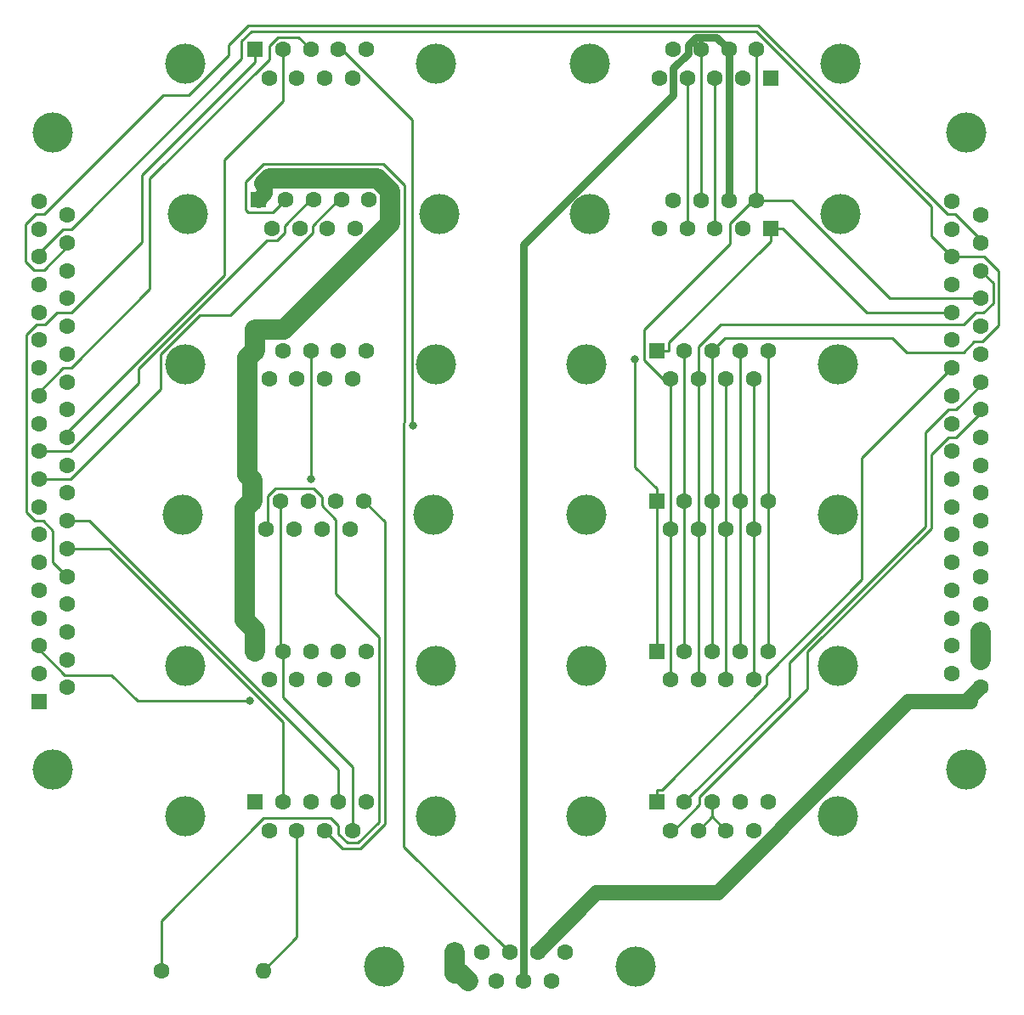
<source format=gbr>
%TF.GenerationSoftware,KiCad,Pcbnew,7.0.9*%
%TF.CreationDate,2024-02-19T16:35:41-08:00*%
%TF.ProjectId,Interconnect Board,496e7465-7263-46f6-9e6e-65637420426f,v1.5*%
%TF.SameCoordinates,Original*%
%TF.FileFunction,Copper,L2,Bot*%
%TF.FilePolarity,Positive*%
%FSLAX46Y46*%
G04 Gerber Fmt 4.6, Leading zero omitted, Abs format (unit mm)*
G04 Created by KiCad (PCBNEW 7.0.9) date 2024-02-19 16:35:41*
%MOMM*%
%LPD*%
G01*
G04 APERTURE LIST*
%TA.AperFunction,ComponentPad*%
%ADD10C,1.600000*%
%TD*%
%TA.AperFunction,ComponentPad*%
%ADD11O,1.600000X1.600000*%
%TD*%
%TA.AperFunction,ComponentPad*%
%ADD12C,4.000000*%
%TD*%
%TA.AperFunction,ComponentPad*%
%ADD13R,1.600000X1.600000*%
%TD*%
%TA.AperFunction,ViaPad*%
%ADD14C,0.800000*%
%TD*%
%TA.AperFunction,Conductor*%
%ADD15C,0.250000*%
%TD*%
%TA.AperFunction,Conductor*%
%ADD16C,0.750000*%
%TD*%
%TA.AperFunction,Conductor*%
%ADD17C,2.000000*%
%TD*%
%TA.AperFunction,Conductor*%
%ADD18C,1.599800*%
%TD*%
%TA.AperFunction,Conductor*%
%ADD19C,1.500000*%
%TD*%
G04 APERTURE END LIST*
D10*
%TO.P,R1,1*%
%TO.N,/GPS_Serial_Input_to_XPNDR_from_R*%
X132220100Y-118509100D03*
D11*
%TO.P,R1,2*%
%TO.N,/GPS_Serial_Input_to_XPNDR_to_R*%
X142380100Y-118509100D03*
%TD*%
D12*
%TO.P,Power_Input_1,0,PAD*%
%TO.N,unconnected-(Power_Input_1-PAD-Pad0)*%
X154464100Y-118069100D03*
X179464100Y-118069100D03*
D13*
%TO.P,Power_Input_1,1,1*%
%TO.N,GND*%
X161424100Y-116649100D03*
D10*
%TO.P,Power_Input_1,2,2*%
X164194100Y-116649100D03*
%TO.P,Power_Input_1,3,3*%
%TO.N,/ELT_12V*%
X166964100Y-116649100D03*
%TO.P,Power_Input_1,4,4*%
%TO.N,/MFD_12V*%
X169734100Y-116649100D03*
%TO.P,Power_Input_1,5,5*%
%TO.N,/PFD_&_Dim_12V*%
X172504100Y-116649100D03*
%TO.P,Power_Input_1,6,6*%
%TO.N,GND*%
X162809100Y-119489100D03*
%TO.P,Power_Input_1,7,7*%
X165579100Y-119489100D03*
%TO.P,Power_Input_1,8,8*%
%TO.N,/SV-Net_AP_12V*%
X168349100Y-119489100D03*
%TO.P,Power_Input_1,9,9*%
%TO.N,/ADSB_XPNDR_IDENT_12V*%
X171119100Y-119489100D03*
%TD*%
D12*
%TO.P,AP_Roll_SV_Net_2,0,PAD*%
%TO.N,unconnected-(AP_Roll_SV_Net_2-PAD-Pad0)*%
X199892100Y-28085100D03*
X174892100Y-28085100D03*
D13*
%TO.P,AP_Roll_SV_Net_2,1,1*%
%TO.N,/SV_Data_1A*%
X192932100Y-29505100D03*
D10*
%TO.P,AP_Roll_SV_Net_2,2,2*%
%TO.N,GND*%
X190162100Y-29505100D03*
%TO.P,AP_Roll_SV_Net_2,3,3*%
%TO.N,/AP_Disengage (Unused)*%
X187392100Y-29505100D03*
%TO.P,AP_Roll_SV_Net_2,4,4*%
%TO.N,/SV_Data_2B*%
X184622100Y-29505100D03*
%TO.P,AP_Roll_SV_Net_2,5,5*%
%TO.N,unconnected-(AP_Roll_SV_Net_2-Pad5)*%
X181852100Y-29505100D03*
%TO.P,AP_Roll_SV_Net_2,6,6*%
%TO.N,/SV_Data_1B*%
X191547100Y-26665100D03*
%TO.P,AP_Roll_SV_Net_2,7,7*%
%TO.N,/SV-Net_AP_12V*%
X188777100Y-26665100D03*
%TO.P,AP_Roll_SV_Net_2,8,8*%
%TO.N,/SV_Data_2A*%
X186007100Y-26665100D03*
%TO.P,AP_Roll_SV_Net_2,9,9*%
%TO.N,unconnected-(AP_Roll_SV_Net_2-Pad9)*%
X183237100Y-26665100D03*
%TD*%
D12*
%TO.P,SkyView_2,0,PAD*%
%TO.N,unconnected-(SkyView_2-PAD-Pad0)*%
X174622000Y-73069100D03*
X199622000Y-73069100D03*
D13*
%TO.P,SkyView_2,1,1*%
%TO.N,/SV_Data_1A*%
X181582000Y-71649100D03*
D10*
%TO.P,SkyView_2,2,2*%
%TO.N,/SV_GND_1*%
X184352000Y-71649100D03*
%TO.P,SkyView_2,3,3*%
%TO.N,/SV_GND_2*%
X187122000Y-71649100D03*
%TO.P,SkyView_2,4,4*%
%TO.N,/SV_Data_2B*%
X189892000Y-71649100D03*
%TO.P,SkyView_2,5,5*%
%TO.N,/SV_EMS_Aux*%
X192662000Y-71649100D03*
%TO.P,SkyView_2,6,6*%
%TO.N,/SV_Data_1B*%
X182967000Y-74489100D03*
%TO.P,SkyView_2,7,7*%
%TO.N,/SV_Power_1*%
X185737000Y-74489100D03*
%TO.P,SkyView_2,8,8*%
%TO.N,/SV_Data_2A*%
X188507000Y-74489100D03*
%TO.P,SkyView_2,9,9*%
%TO.N,/SV_Power_2*%
X191277000Y-74489100D03*
%TD*%
D12*
%TO.P,MFD_Main_2,0,PAD*%
%TO.N,unconnected-(MFD_Main_2-PAD-Pad0)*%
X212438100Y-98457100D03*
X212438100Y-34957100D03*
D13*
%TO.P,MFD_Main_2,1,1*%
%TO.N,/MFD_12V*%
X211018100Y-91637100D03*
D10*
%TO.P,MFD_Main_2,2,2*%
%TO.N,unconnected-(MFD_Main_2-Pad2)*%
X211018100Y-88867100D03*
%TO.P,MFD_Main_2,3,3*%
%TO.N,/ADSB_Serial_1_Rx*%
X211018100Y-86097100D03*
%TO.P,MFD_Main_2,4,4*%
%TO.N,/ADSB_Serial_1_Tx*%
X211018100Y-83327100D03*
%TO.P,MFD_Main_2,5,5*%
%TO.N,/XPNDR_Serial_2_Rx*%
X211018100Y-80557100D03*
%TO.P,MFD_Main_2,6,6*%
%TO.N,/XPNDR_Serial_2_Tx*%
X211018100Y-77787100D03*
%TO.P,MFD_Main_2,7,7*%
%TO.N,/VPX_Serial_3_Rx*%
X211018100Y-75017100D03*
%TO.P,MFD_Main_2,8,8*%
%TO.N,/VPX_Serial_3_Tx*%
X211018100Y-72247100D03*
%TO.P,MFD_Main_2,9,9*%
%TO.N,/ELT_Serial_4_Rx*%
X211018100Y-69477100D03*
%TO.P,MFD_Main_2,10,10*%
%TO.N,/ELT_Serial_4_Tx*%
X211018100Y-66707100D03*
%TO.P,MFD_Main_2,11,11*%
%TO.N,/GPS_Serial_5_Rx*%
X211018100Y-63937100D03*
%TO.P,MFD_Main_2,12,12*%
%TO.N,/GPS_Serial_5_Tx*%
X211018100Y-61167100D03*
%TO.P,MFD_Main_2,13,13*%
%TO.N,/L_Audio_Out_1*%
X211018100Y-58397100D03*
%TO.P,MFD_Main_2,14,14*%
%TO.N,unconnected-(MFD_Main_2-Pad14)*%
X211018100Y-55627100D03*
%TO.P,MFD_Main_2,15,15*%
%TO.N,/SV_Data_1A*%
X211018100Y-52857100D03*
%TO.P,MFD_Main_2,16,16*%
%TO.N,/SV_GND_1*%
X211018100Y-50087100D03*
%TO.P,MFD_Main_2,17,17*%
%TO.N,/SV_GND_2*%
X211018100Y-47317100D03*
%TO.P,MFD_Main_2,18,18*%
%TO.N,/SV_Data_2B*%
X211018100Y-44547100D03*
%TO.P,MFD_Main_2,19,19*%
%TO.N,/SV_EMS_Aux*%
X211018100Y-41777100D03*
%TO.P,MFD_Main_2,20,20*%
%TO.N,/MFD_12V*%
X213858100Y-90252100D03*
%TO.P,MFD_Main_2,21,21*%
%TO.N,GND*%
X213858100Y-87482100D03*
%TO.P,MFD_Main_2,22,22*%
X213858100Y-84712100D03*
%TO.P,MFD_Main_2,23,23*%
%TO.N,unconnected-(MFD_Main_2-Pad23)*%
X213858100Y-81942100D03*
%TO.P,MFD_Main_2,24,24*%
%TO.N,/GPS_GND*%
X213858100Y-79172100D03*
%TO.P,MFD_Main_2,25,25*%
%TO.N,/Dimmer_Signal_Input*%
X213858100Y-76402100D03*
%TO.P,MFD_Main_2,26,26*%
%TO.N,unconnected-(MFD_Main_2-Pad26)*%
X213858100Y-73632100D03*
%TO.P,MFD_Main_2,27,27*%
%TO.N,unconnected-(MFD_Main_2-Pad27)*%
X213858100Y-70862100D03*
%TO.P,MFD_Main_2,28,28*%
%TO.N,unconnected-(MFD_Main_2-Pad28)*%
X213858100Y-68092100D03*
%TO.P,MFD_Main_2,29,29*%
%TO.N,/GPS_Power*%
X213858100Y-65322100D03*
%TO.P,MFD_Main_2,30,30*%
%TO.N,/Audio_Out_GND*%
X213858100Y-62552100D03*
%TO.P,MFD_Main_2,31,31*%
%TO.N,/R_Audio_Out_1*%
X213858100Y-59782100D03*
%TO.P,MFD_Main_2,32,32*%
%TO.N,unconnected-(MFD_Main_2-Pad32)*%
X213858100Y-57012100D03*
%TO.P,MFD_Main_2,33,33*%
%TO.N,unconnected-(MFD_Main_2-Pad33)*%
X213858100Y-54242100D03*
%TO.P,MFD_Main_2,34,34*%
%TO.N,/SV_Data_1B*%
X213858100Y-51472100D03*
%TO.P,MFD_Main_2,35,35*%
%TO.N,/SV_Power_1*%
X213858100Y-48702100D03*
%TO.P,MFD_Main_2,36,36*%
%TO.N,/SV_Data_2A*%
X213858100Y-45932100D03*
%TO.P,MFD_Main_2,37,37*%
%TO.N,/SV_Power_2*%
X213858100Y-43162100D03*
%TD*%
D12*
%TO.P,PFD_Main_1,0,PAD*%
%TO.N,unconnected-(PFD_Main_1-PAD-Pad0)*%
X121438100Y-98457100D03*
X121438100Y-34957100D03*
D13*
%TO.P,PFD_Main_1,1,1*%
%TO.N,/PFD_&_Dim_12V*%
X120018100Y-91637100D03*
D10*
%TO.P,PFD_Main_1,2,2*%
%TO.N,unconnected-(PFD_Main_1-Pad2)*%
X120018100Y-88867100D03*
%TO.P,PFD_Main_1,3,3*%
%TO.N,/ADSB_Serial_1_Rx*%
X120018100Y-86097100D03*
%TO.P,PFD_Main_1,4,4*%
%TO.N,/ADSB_Serial_1_Tx*%
X120018100Y-83327100D03*
%TO.P,PFD_Main_1,5,5*%
%TO.N,/XPNDR_Serial_2_Rx*%
X120018100Y-80557100D03*
%TO.P,PFD_Main_1,6,6*%
%TO.N,/XPNDR_Serial_2_Tx*%
X120018100Y-77787100D03*
%TO.P,PFD_Main_1,7,7*%
%TO.N,/VPX_Serial_3_Rx*%
X120018100Y-75017100D03*
%TO.P,PFD_Main_1,8,8*%
%TO.N,/VPX_Serial_3_Tx*%
X120018100Y-72247100D03*
%TO.P,PFD_Main_1,9,9*%
%TO.N,/ELT_Serial_4_Rx*%
X120018100Y-69477100D03*
%TO.P,PFD_Main_1,10,10*%
%TO.N,/ELT_Serial_4_Tx*%
X120018100Y-66707100D03*
%TO.P,PFD_Main_1,11,11*%
%TO.N,/GPS_Serial_5_Rx*%
X120018100Y-63937100D03*
%TO.P,PFD_Main_1,12,12*%
%TO.N,/GPS_Serial_5_Tx*%
X120018100Y-61167100D03*
%TO.P,PFD_Main_1,13,13*%
%TO.N,/L_Audio_Out_1*%
X120018100Y-58397100D03*
%TO.P,PFD_Main_1,14,14*%
%TO.N,unconnected-(PFD_Main_1-Pad14)*%
X120018100Y-55627100D03*
%TO.P,PFD_Main_1,15,15*%
%TO.N,/SV_Data_1A*%
X120018100Y-52857100D03*
%TO.P,PFD_Main_1,16,16*%
%TO.N,/SV_GND_1*%
X120018100Y-50087100D03*
%TO.P,PFD_Main_1,17,17*%
%TO.N,/SV_GND_2*%
X120018100Y-47317100D03*
%TO.P,PFD_Main_1,18,18*%
%TO.N,/SV_Data_2B*%
X120018100Y-44547100D03*
%TO.P,PFD_Main_1,19,19*%
%TO.N,/SV_EMS_Aux*%
X120018100Y-41777100D03*
%TO.P,PFD_Main_1,20,20*%
%TO.N,/PFD_&_Dim_12V*%
X122858100Y-90252100D03*
%TO.P,PFD_Main_1,21,21*%
%TO.N,GND*%
X122858100Y-87482100D03*
%TO.P,PFD_Main_1,22,22*%
X122858100Y-84712100D03*
%TO.P,PFD_Main_1,23,23*%
%TO.N,unconnected-(PFD_Main_1-Pad23)*%
X122858100Y-81942100D03*
%TO.P,PFD_Main_1,24,24*%
%TO.N,/GPS_GND*%
X122858100Y-79172100D03*
%TO.P,PFD_Main_1,25,25*%
%TO.N,/Dimmer_Signal_Input*%
X122858100Y-76402100D03*
%TO.P,PFD_Main_1,26,26*%
%TO.N,/Dimmer_Output_Signal*%
X122858100Y-73632100D03*
%TO.P,PFD_Main_1,27,27*%
%TO.N,unconnected-(PFD_Main_1-Pad27)*%
X122858100Y-70862100D03*
%TO.P,PFD_Main_1,28,28*%
%TO.N,unconnected-(PFD_Main_1-Pad28)*%
X122858100Y-68092100D03*
%TO.P,PFD_Main_1,29,29*%
%TO.N,/GPS_Power*%
X122858100Y-65322100D03*
%TO.P,PFD_Main_1,30,30*%
%TO.N,/Audio_Out_GND*%
X122858100Y-62552100D03*
%TO.P,PFD_Main_1,31,31*%
%TO.N,/R_Audio_Out_1*%
X122858100Y-59782100D03*
%TO.P,PFD_Main_1,32,32*%
%TO.N,unconnected-(PFD_Main_1-Pad32)*%
X122858100Y-57012100D03*
%TO.P,PFD_Main_1,33,33*%
%TO.N,unconnected-(PFD_Main_1-Pad33)*%
X122858100Y-54242100D03*
%TO.P,PFD_Main_1,34,34*%
%TO.N,/SV_Data_1B*%
X122858100Y-51472100D03*
%TO.P,PFD_Main_1,35,35*%
%TO.N,/SV_Power_1*%
X122858100Y-48702100D03*
%TO.P,PFD_Main_1,36,36*%
%TO.N,/SV_Data_2A*%
X122858100Y-45932100D03*
%TO.P,PFD_Main_1,37,37*%
%TO.N,/SV_Power_2*%
X122858100Y-43162100D03*
%TD*%
D12*
%TO.P,SkyView_3,0,PAD*%
%TO.N,unconnected-(SkyView_3-PAD-Pad0)*%
X174622000Y-88069100D03*
X199622000Y-88069100D03*
D13*
%TO.P,SkyView_3,1,1*%
%TO.N,/SV_Data_1A*%
X181582000Y-86649100D03*
D10*
%TO.P,SkyView_3,2,2*%
%TO.N,/SV_GND_1*%
X184352000Y-86649100D03*
%TO.P,SkyView_3,3,3*%
%TO.N,/SV_GND_2*%
X187122000Y-86649100D03*
%TO.P,SkyView_3,4,4*%
%TO.N,/SV_Data_2B*%
X189892000Y-86649100D03*
%TO.P,SkyView_3,5,5*%
%TO.N,/SV_EMS_Aux*%
X192662000Y-86649100D03*
%TO.P,SkyView_3,6,6*%
%TO.N,/SV_Data_1B*%
X182967000Y-89489100D03*
%TO.P,SkyView_3,7,7*%
%TO.N,/SV_Power_1*%
X185737000Y-89489100D03*
%TO.P,SkyView_3,8,8*%
%TO.N,/SV_Data_2A*%
X188507000Y-89489100D03*
%TO.P,SkyView_3,9,9*%
%TO.N,/SV_Power_2*%
X191277000Y-89489100D03*
%TD*%
D12*
%TO.P,ADSB_Serial_1,0,PAD*%
%TO.N,unconnected-(ADSB_Serial_1-PAD-Pad0)*%
X134622000Y-88069100D03*
X159622000Y-88069100D03*
D13*
%TO.P,ADSB_Serial_1,1,1*%
%TO.N,GND*%
X141582000Y-86649100D03*
D10*
%TO.P,ADSB_Serial_1,2,2*%
%TO.N,/ADSB_XPNDR_IDENT_12V*%
X144352000Y-86649100D03*
%TO.P,ADSB_Serial_1,3,3*%
%TO.N,/ADSB_Serial_1_Tx*%
X147122000Y-86649100D03*
%TO.P,ADSB_Serial_1,4,4*%
%TO.N,/ADSB_Serial_1_Rx*%
X149892000Y-86649100D03*
%TO.P,ADSB_Serial_1,5,5*%
%TO.N,unconnected-(ADSB_Serial_1-Pad5)*%
X152662000Y-86649100D03*
%TO.P,ADSB_Serial_1,6,6*%
%TO.N,unconnected-(ADSB_Serial_1-Pad6)*%
X142967000Y-89489100D03*
%TO.P,ADSB_Serial_1,7,7*%
%TO.N,unconnected-(ADSB_Serial_1-Pad7)*%
X145737000Y-89489100D03*
%TO.P,ADSB_Serial_1,8,8*%
%TO.N,unconnected-(ADSB_Serial_1-Pad8)*%
X148507000Y-89489100D03*
%TO.P,ADSB_Serial_1,9,9*%
%TO.N,unconnected-(ADSB_Serial_1-Pad9)*%
X151277000Y-89489100D03*
%TD*%
D12*
%TO.P,XPNDR_Serial_2,0,PAD*%
%TO.N,unconnected-(XPNDR_Serial_2-PAD-Pad0)*%
X134361100Y-73069100D03*
X159361100Y-73069100D03*
D13*
%TO.P,XPNDR_Serial_2,1,1*%
%TO.N,GND*%
X141321100Y-71649100D03*
D10*
%TO.P,XPNDR_Serial_2,2,2*%
%TO.N,/ADSB_XPNDR_IDENT_12V*%
X144091100Y-71649100D03*
%TO.P,XPNDR_Serial_2,3,3*%
%TO.N,/XPNDR_Serial_2_Tx*%
X146861100Y-71649100D03*
%TO.P,XPNDR_Serial_2,4,4*%
%TO.N,/XPNDR_Serial_2_Rx*%
X149631100Y-71649100D03*
%TO.P,XPNDR_Serial_2,5,5*%
%TO.N,/Ident_SW_Input*%
X152401100Y-71649100D03*
%TO.P,XPNDR_Serial_2,6,6*%
%TO.N,/GPS_Serial_Input_to_XPNDR_from_R*%
X142706100Y-74489100D03*
%TO.P,XPNDR_Serial_2,7,7*%
%TO.N,unconnected-(XPNDR_Serial_2-Pad7)*%
X145476100Y-74489100D03*
%TO.P,XPNDR_Serial_2,8,8*%
%TO.N,unconnected-(XPNDR_Serial_2-Pad8)*%
X148246100Y-74489100D03*
%TO.P,XPNDR_Serial_2,9,9*%
%TO.N,unconnected-(XPNDR_Serial_2-Pad9)*%
X151016100Y-74489100D03*
%TD*%
D12*
%TO.P,AP_Pitch_SV_Net_1,0,PAD*%
%TO.N,unconnected-(AP_Pitch_SV_Net_1-PAD-Pad0)*%
X199892100Y-43085200D03*
X174892100Y-43085200D03*
D13*
%TO.P,AP_Pitch_SV_Net_1,1,1*%
%TO.N,/SV_Data_1A*%
X192932100Y-44505200D03*
D10*
%TO.P,AP_Pitch_SV_Net_1,2,2*%
%TO.N,GND*%
X190162100Y-44505200D03*
%TO.P,AP_Pitch_SV_Net_1,3,3*%
%TO.N,/AP_Disengage (Unused)*%
X187392100Y-44505200D03*
%TO.P,AP_Pitch_SV_Net_1,4,4*%
%TO.N,/SV_Data_2B*%
X184622100Y-44505200D03*
%TO.P,AP_Pitch_SV_Net_1,5,5*%
%TO.N,unconnected-(AP_Pitch_SV_Net_1-Pad5)*%
X181852100Y-44505200D03*
%TO.P,AP_Pitch_SV_Net_1,6,6*%
%TO.N,/SV_Data_1B*%
X191547100Y-41665200D03*
%TO.P,AP_Pitch_SV_Net_1,7,7*%
%TO.N,/SV-Net_AP_12V*%
X188777100Y-41665200D03*
%TO.P,AP_Pitch_SV_Net_1,8,8*%
%TO.N,/SV_Data_2A*%
X186007100Y-41665200D03*
%TO.P,AP_Pitch_SV_Net_1,9,9*%
%TO.N,unconnected-(AP_Pitch_SV_Net_1-Pad9)*%
X183237100Y-41665200D03*
%TD*%
D12*
%TO.P,Dimmer_&_Audio_Output_1,0,PAD*%
%TO.N,unconnected-(Dimmer_&_Audio_Output_1-PAD-Pad0)*%
X174622000Y-103069100D03*
X199622000Y-103069100D03*
D13*
%TO.P,Dimmer_&_Audio_Output_1,1,1*%
%TO.N,/L_Audio_Out_1*%
X181582000Y-101649100D03*
D10*
%TO.P,Dimmer_&_Audio_Output_1,2,2*%
%TO.N,/R_Audio_Out_1*%
X184352000Y-101649100D03*
%TO.P,Dimmer_&_Audio_Output_1,3,3*%
%TO.N,/Dimmer_Output_Signal*%
X187122000Y-101649100D03*
%TO.P,Dimmer_&_Audio_Output_1,4,4*%
%TO.N,unconnected-(Dimmer_&_Audio_Output_1-Pad4)*%
X189892000Y-101649100D03*
%TO.P,Dimmer_&_Audio_Output_1,5,5*%
%TO.N,unconnected-(Dimmer_&_Audio_Output_1-Pad5)*%
X192662000Y-101649100D03*
%TO.P,Dimmer_&_Audio_Output_1,6,6*%
%TO.N,/Audio_Out_GND*%
X182967000Y-104489100D03*
%TO.P,Dimmer_&_Audio_Output_1,7,7*%
%TO.N,/Dimmer_Output_Signal*%
X185737000Y-104489100D03*
%TO.P,Dimmer_&_Audio_Output_1,8,8*%
X188507000Y-104489100D03*
%TO.P,Dimmer_&_Audio_Output_1,9,9*%
%TO.N,unconnected-(Dimmer_&_Audio_Output_1-Pad9)*%
X191277000Y-104489100D03*
%TD*%
D12*
%TO.P,ELT_Serial_4,0,PAD*%
%TO.N,unconnected-(ELT_Serial_4-PAD-Pad0)*%
X134906100Y-43069100D03*
X159906100Y-43069100D03*
D13*
%TO.P,ELT_Serial_4,1,1*%
%TO.N,GND*%
X141866100Y-41649100D03*
D10*
%TO.P,ELT_Serial_4,2,2*%
%TO.N,/ELT_12V*%
X144636100Y-41649100D03*
%TO.P,ELT_Serial_4,3,3*%
%TO.N,/ELT_Serial_4_Tx*%
X147406100Y-41649100D03*
%TO.P,ELT_Serial_4,4,4*%
%TO.N,/ELT_Serial_4_Rx*%
X150176100Y-41649100D03*
%TO.P,ELT_Serial_4,5,5*%
%TO.N,unconnected-(ELT_Serial_4-Pad5)*%
X152946100Y-41649100D03*
%TO.P,ELT_Serial_4,6,6*%
%TO.N,unconnected-(ELT_Serial_4-Pad6)*%
X143251100Y-44489100D03*
%TO.P,ELT_Serial_4,7,7*%
%TO.N,unconnected-(ELT_Serial_4-Pad7)*%
X146021100Y-44489100D03*
%TO.P,ELT_Serial_4,8,8*%
%TO.N,unconnected-(ELT_Serial_4-Pad8)*%
X148791100Y-44489100D03*
%TO.P,ELT_Serial_4,9,9*%
%TO.N,unconnected-(ELT_Serial_4-Pad9)*%
X151561100Y-44489100D03*
%TD*%
D12*
%TO.P,GPS_Serial_5,0,PAD*%
%TO.N,unconnected-(GPS_Serial_5-PAD-Pad0)*%
X134622000Y-28069100D03*
X159622000Y-28069100D03*
D13*
%TO.P,GPS_Serial_5,1,1*%
%TO.N,/GPS_GND*%
X141582000Y-26649100D03*
D10*
%TO.P,GPS_Serial_5,2,2*%
%TO.N,/GPS_Power*%
X144352000Y-26649100D03*
%TO.P,GPS_Serial_5,3,3*%
%TO.N,/GPS_Serial_5_Tx*%
X147122000Y-26649100D03*
%TO.P,GPS_Serial_5,4,4*%
%TO.N,/GPS_Serial_5_Rx*%
X149892000Y-26649100D03*
%TO.P,GPS_Serial_5,5,5*%
%TO.N,unconnected-(GPS_Serial_5-Pad5)*%
X152662000Y-26649100D03*
%TO.P,GPS_Serial_5,6,6*%
%TO.N,unconnected-(GPS_Serial_5-Pad6)*%
X142967000Y-29489100D03*
%TO.P,GPS_Serial_5,7,7*%
%TO.N,unconnected-(GPS_Serial_5-Pad7)*%
X145737000Y-29489100D03*
%TO.P,GPS_Serial_5,8,8*%
%TO.N,unconnected-(GPS_Serial_5-Pad8)*%
X148507000Y-29489100D03*
%TO.P,GPS_Serial_5,9,9*%
%TO.N,unconnected-(GPS_Serial_5-Pad9)*%
X151277000Y-29489100D03*
%TD*%
D12*
%TO.P,Ident_&_Dimmer_Input_1,0,PAD*%
%TO.N,unconnected-(Ident_&_Dimmer_Input_1-PAD-Pad0)*%
X134622000Y-103069100D03*
X159622000Y-103069100D03*
D13*
%TO.P,Ident_&_Dimmer_Input_1,1,1*%
%TO.N,GND*%
X141582000Y-101649100D03*
D10*
%TO.P,Ident_&_Dimmer_Input_1,2,2*%
%TO.N,/Dimmer_Signal_Input*%
X144352000Y-101649100D03*
%TO.P,Ident_&_Dimmer_Input_1,3,3*%
%TO.N,unconnected-(Ident_&_Dimmer_Input_1-Pad3)*%
X147122000Y-101649100D03*
%TO.P,Ident_&_Dimmer_Input_1,4,4*%
%TO.N,/Dimmer_Output_Signal*%
X149892000Y-101649100D03*
%TO.P,Ident_&_Dimmer_Input_1,5,5*%
%TO.N,GND*%
X152662000Y-101649100D03*
%TO.P,Ident_&_Dimmer_Input_1,6,6*%
%TO.N,/PFD_&_Dim_12V*%
X142967000Y-104489100D03*
%TO.P,Ident_&_Dimmer_Input_1,7,7*%
%TO.N,/GPS_Serial_Input_to_XPNDR_to_R*%
X145737000Y-104489100D03*
%TO.P,Ident_&_Dimmer_Input_1,8,8*%
%TO.N,/Ident_SW_Input*%
X148507000Y-104489100D03*
%TO.P,Ident_&_Dimmer_Input_1,9,9*%
%TO.N,/ADSB_XPNDR_IDENT_12V*%
X151277000Y-104489100D03*
%TD*%
D12*
%TO.P,SkyView_1,0,PAD*%
%TO.N,unconnected-(SkyView_1-PAD-Pad0)*%
X174622000Y-58069100D03*
X199622000Y-58069100D03*
D13*
%TO.P,SkyView_1,1,1*%
%TO.N,/SV_Data_1A*%
X181582000Y-56649100D03*
D10*
%TO.P,SkyView_1,2,2*%
%TO.N,/SV_GND_1*%
X184352000Y-56649100D03*
%TO.P,SkyView_1,3,3*%
%TO.N,/SV_GND_2*%
X187122000Y-56649100D03*
%TO.P,SkyView_1,4,4*%
%TO.N,/SV_Data_2B*%
X189892000Y-56649100D03*
%TO.P,SkyView_1,5,5*%
%TO.N,/SV_EMS_Aux*%
X192662000Y-56649100D03*
%TO.P,SkyView_1,6,6*%
%TO.N,/SV_Data_1B*%
X182967000Y-59489100D03*
%TO.P,SkyView_1,7,7*%
%TO.N,/SV_Power_1*%
X185737000Y-59489100D03*
%TO.P,SkyView_1,8,8*%
%TO.N,/SV_Data_2A*%
X188507000Y-59489100D03*
%TO.P,SkyView_1,9,9*%
%TO.N,/SV_Power_2*%
X191277000Y-59489100D03*
%TD*%
D12*
%TO.P,VPX_Serial_3,0,PAD*%
%TO.N,unconnected-(VPX_Serial_3-PAD-Pad0)*%
X134622000Y-58069100D03*
X159622000Y-58069100D03*
D13*
%TO.P,VPX_Serial_3,1,1*%
%TO.N,GND*%
X141582000Y-56649100D03*
D10*
%TO.P,VPX_Serial_3,2,2*%
%TO.N,unconnected-(VPX_Serial_3-Pad2)*%
X144352000Y-56649100D03*
%TO.P,VPX_Serial_3,3,3*%
%TO.N,/VPX_Serial_3_Tx*%
X147122000Y-56649100D03*
%TO.P,VPX_Serial_3,4,4*%
%TO.N,/VPX_Serial_3_Rx*%
X149892000Y-56649100D03*
%TO.P,VPX_Serial_3,5,5*%
%TO.N,unconnected-(VPX_Serial_3-Pad5)*%
X152662000Y-56649100D03*
%TO.P,VPX_Serial_3,6,6*%
%TO.N,unconnected-(VPX_Serial_3-Pad6)*%
X142967000Y-59489100D03*
%TO.P,VPX_Serial_3,7,7*%
%TO.N,unconnected-(VPX_Serial_3-Pad7)*%
X145737000Y-59489100D03*
%TO.P,VPX_Serial_3,8,8*%
%TO.N,unconnected-(VPX_Serial_3-Pad8)*%
X148507000Y-59489100D03*
%TO.P,VPX_Serial_3,9,9*%
%TO.N,unconnected-(VPX_Serial_3-Pad9)*%
X151277000Y-59489100D03*
%TD*%
D14*
%TO.N,/GPS_Serial_5_Rx*%
X157295200Y-64146200D03*
%TO.N,/SV_Data_1A*%
X179447000Y-57495100D03*
%TO.N,/VPX_Serial_3_Tx*%
X147122000Y-69435600D03*
%TO.N,/ADSB_Serial_1_Rx*%
X141090500Y-91593500D03*
%TD*%
D15*
%TO.N,/SV_Data_1B*%
X191186800Y-41665200D02*
X191547100Y-41665200D01*
X188895500Y-43956500D02*
X191186800Y-41665200D01*
X188895500Y-46005800D02*
X188895500Y-43956500D01*
X180354100Y-54547200D02*
X188895500Y-46005800D01*
X182200200Y-59489100D02*
X180354100Y-57643000D01*
X180354100Y-57643000D02*
X180354100Y-54547200D01*
X182967000Y-59489100D02*
X182200200Y-59489100D01*
D16*
%TO.N,/SV-Net_AP_12V*%
X187548200Y-25436200D02*
X188777100Y-26665100D01*
X185501000Y-25436200D02*
X187548200Y-25436200D01*
X184707200Y-26230000D02*
X185501000Y-25436200D01*
X183237100Y-28517800D02*
X184707200Y-27047700D01*
X184707200Y-27047700D02*
X184707200Y-26230000D01*
X183237100Y-31242200D02*
X183237100Y-28517800D01*
X168349100Y-46130200D02*
X183237100Y-31242200D01*
D15*
%TO.N,/GPS_Serial_Input_to_XPNDR_to_R*%
X145737000Y-104489100D02*
X145737000Y-115152244D01*
X142380144Y-118509100D02*
X142380100Y-118509100D01*
X145737000Y-115152244D02*
X142380144Y-118509100D01*
%TO.N,/GPS_Serial_Input_to_XPNDR_from_R*%
X132220100Y-113470600D02*
X132220100Y-118509100D01*
X142443900Y-103246800D02*
X132220100Y-113470600D01*
X149086300Y-103246800D02*
X142443900Y-103246800D01*
X149892000Y-104052500D02*
X149086300Y-103246800D01*
X149892000Y-104841300D02*
X149892000Y-104052500D01*
X150774700Y-105724000D02*
X149892000Y-104841300D01*
X151847800Y-105724000D02*
X150774700Y-105724000D01*
X153927500Y-103644300D02*
X151847800Y-105724000D01*
X153927500Y-85225300D02*
X153927500Y-103644300D01*
X149631100Y-80928900D02*
X153927500Y-85225300D01*
X149631100Y-73501700D02*
X149631100Y-80928900D01*
X148256400Y-72127000D02*
X149631100Y-73501700D01*
X148256400Y-71262200D02*
X148256400Y-72127000D01*
X147372700Y-70378500D02*
X148256400Y-71262200D01*
X143601900Y-70378500D02*
X147372700Y-70378500D01*
X142806100Y-71174300D02*
X143601900Y-70378500D01*
X142806100Y-74389100D02*
X142806100Y-71174300D01*
X142706100Y-74489100D02*
X142806100Y-74389100D01*
%TO.N,/ADSB_XPNDR_IDENT_12V*%
X144091100Y-86388200D02*
X144352000Y-86649100D01*
X144091100Y-71649100D02*
X144091100Y-86388200D01*
X144352000Y-91255800D02*
X144352000Y-86649100D01*
X151277000Y-98180800D02*
X144352000Y-91255800D01*
X151277000Y-104489100D02*
X151277000Y-98180800D01*
%TO.N,/Dimmer_Output_Signal*%
X149892000Y-98442100D02*
X149892000Y-101649100D01*
X125082000Y-73632100D02*
X149892000Y-98442100D01*
X122858100Y-73632100D02*
X125082000Y-73632100D01*
X185737000Y-104489100D02*
X187122000Y-103104100D01*
X188507000Y-104489100D02*
X187122000Y-103104100D01*
X187122000Y-103104100D02*
X187122000Y-101649100D01*
%TO.N,/Ident_SW_Input*%
X154479400Y-73727400D02*
X152401100Y-71649100D01*
X154479400Y-103873000D02*
X154479400Y-73727400D01*
X152076500Y-106275900D02*
X154479400Y-103873000D01*
X150293800Y-106275900D02*
X152076500Y-106275900D01*
X148507000Y-104489100D02*
X150293800Y-106275900D01*
%TO.N,/ELT_12V*%
X143376900Y-42908300D02*
X144636100Y-41649100D01*
X140915700Y-42908300D02*
X143376900Y-42908300D01*
X140639200Y-42631800D02*
X140915700Y-42908300D01*
X140639200Y-39880500D02*
X140639200Y-42631800D01*
X142446200Y-38073500D02*
X140639200Y-39880500D01*
X154377200Y-38073500D02*
X142446200Y-38073500D01*
X156490900Y-40187200D02*
X154377200Y-38073500D01*
X156490900Y-63780900D02*
X156490900Y-40187200D01*
X156419900Y-63851900D02*
X156490900Y-63780900D01*
X156419900Y-106104900D02*
X156419900Y-63851900D01*
X166964100Y-116649100D02*
X156419900Y-106104900D01*
D16*
%TO.N,/SV-Net_AP_12V*%
X188777100Y-26665100D02*
X188777100Y-41665200D01*
X168349100Y-119489100D02*
X168349100Y-46130200D01*
D17*
%TO.N,GND*%
X213858100Y-84712100D02*
X213858100Y-87482100D01*
X140842400Y-57388700D02*
X141582000Y-56649100D01*
X140842400Y-69068500D02*
X140842400Y-57388700D01*
X141321100Y-69547200D02*
X140842400Y-69068500D01*
X141321100Y-71649100D02*
X141321100Y-69547200D01*
X141582000Y-56649100D02*
X141582000Y-54547200D01*
D18*
X142535700Y-40979500D02*
X141866100Y-41649100D01*
X142535700Y-40014300D02*
X142535700Y-40979500D01*
D17*
X162071000Y-118751000D02*
X162809100Y-119489100D01*
X161424100Y-118751000D02*
X162071000Y-118751000D01*
X161424100Y-116649100D02*
X161424100Y-118751000D01*
X140577700Y-72392500D02*
X141321100Y-71649100D01*
X140577700Y-83542900D02*
X140577700Y-72392500D01*
X141582000Y-84547200D02*
X140577700Y-83542900D01*
X141582000Y-86649100D02*
X141582000Y-84547200D01*
X144481400Y-54547200D02*
X141582000Y-54547200D01*
X155059200Y-43969400D02*
X144481400Y-54547200D01*
X155059200Y-40773500D02*
X155059200Y-43969400D01*
X153791600Y-39505900D02*
X155059200Y-40773500D01*
X143044100Y-39505900D02*
X153791600Y-39505900D01*
X142535700Y-40014300D02*
X143044100Y-39505900D01*
D19*
%TO.N,/MFD_12V*%
X175634200Y-110749000D02*
X169734100Y-116649100D01*
X187709300Y-110749000D02*
X175634200Y-110749000D01*
X194059200Y-104399100D02*
X187709300Y-110749000D01*
X194059200Y-104232900D02*
X194059200Y-104399100D01*
X206655000Y-91637100D02*
X194059200Y-104232900D01*
X211018100Y-91637100D02*
X206655000Y-91637100D01*
X212870000Y-91240200D02*
X212870000Y-91637100D01*
X213858100Y-90252100D02*
X212870000Y-91240200D01*
X211018100Y-91637100D02*
X212870000Y-91637100D01*
D15*
%TO.N,/SV_Power_2*%
X191277000Y-59489100D02*
X191277000Y-74489100D01*
X191277000Y-74489100D02*
X191277000Y-89489100D01*
%TO.N,/SV_Data_2A*%
X186007100Y-41665200D02*
X186007100Y-26665100D01*
X188507000Y-59489100D02*
X188507000Y-74489100D01*
X188507000Y-74489100D02*
X188507000Y-89489100D01*
X122858100Y-46276100D02*
X122858100Y-45932100D01*
X120528600Y-48605600D02*
X122858100Y-46276100D01*
X119510300Y-48605600D02*
X120528600Y-48605600D01*
X118720700Y-47816000D02*
X119510300Y-48605600D01*
X118720700Y-44068300D02*
X118720700Y-47816000D01*
X119745200Y-43043800D02*
X118720700Y-44068300D01*
X120566700Y-43043800D02*
X119745200Y-43043800D01*
X132405500Y-31205000D02*
X120566700Y-43043800D01*
X134956400Y-31205000D02*
X132405500Y-31205000D01*
X138939500Y-27221900D02*
X134956400Y-31205000D01*
X138939500Y-26200900D02*
X138939500Y-27221900D01*
X140909800Y-24230600D02*
X138939500Y-26200900D01*
X191688900Y-24230600D02*
X140909800Y-24230600D01*
X210535300Y-43077000D02*
X191688900Y-24230600D01*
X211301300Y-43077000D02*
X210535300Y-43077000D01*
X213858100Y-45633800D02*
X211301300Y-43077000D01*
X213858100Y-45932100D02*
X213858100Y-45633800D01*
%TO.N,/SV_Power_1*%
X185737000Y-74489100D02*
X185737000Y-89489100D01*
X185737000Y-59489100D02*
X185737000Y-74489100D01*
X185737000Y-56280200D02*
X185737000Y-59489100D01*
X187929700Y-54087500D02*
X185737000Y-56280200D01*
X212160100Y-54087500D02*
X187929700Y-54087500D01*
X213342200Y-52905400D02*
X212160100Y-54087500D01*
X214163500Y-52905400D02*
X213342200Y-52905400D01*
X215098900Y-51970000D02*
X214163500Y-52905400D01*
X215098900Y-49942900D02*
X215098900Y-51970000D01*
X213858100Y-48702100D02*
X215098900Y-49942900D01*
%TO.N,/SV_Data_1B*%
X191547100Y-41665200D02*
X191547100Y-26665100D01*
X182967000Y-89489100D02*
X182967000Y-74489100D01*
X182967000Y-74489100D02*
X182967000Y-59489100D01*
X204846900Y-51472100D02*
X213858100Y-51472100D01*
X195040000Y-41665200D02*
X204846900Y-51472100D01*
X191547100Y-41665200D02*
X195040000Y-41665200D01*
%TO.N,/GPS_Serial_5_Rx*%
X150190300Y-26649100D02*
X149892000Y-26649100D01*
X157188200Y-33647000D02*
X150190300Y-26649100D01*
X157188200Y-64039200D02*
X157188200Y-33647000D01*
X157295200Y-64146200D02*
X157188200Y-64039200D01*
%TO.N,/GPS_GND*%
X130279800Y-39178200D02*
X141582000Y-27876000D01*
X130279800Y-45831000D02*
X130279800Y-39178200D01*
X123253700Y-52857100D02*
X130279800Y-45831000D01*
X121870800Y-52857100D02*
X123253700Y-52857100D01*
X120643900Y-54084000D02*
X121870800Y-52857100D01*
X119779000Y-54084000D02*
X120643900Y-54084000D01*
X118761900Y-55101100D02*
X119779000Y-54084000D01*
X118761900Y-72774700D02*
X118761900Y-55101100D01*
X119619300Y-73632100D02*
X118761900Y-72774700D01*
X120446000Y-73632100D02*
X119619300Y-73632100D01*
X121438200Y-74624300D02*
X120446000Y-73632100D01*
X121438200Y-77752200D02*
X121438200Y-74624300D01*
X122858100Y-79172100D02*
X121438200Y-77752200D01*
X141582000Y-26649100D02*
X141582000Y-27876000D01*
%TO.N,/SV_EMS_Aux*%
X192662000Y-56649100D02*
X192662000Y-71649100D01*
X192662000Y-71649100D02*
X192662000Y-86649100D01*
%TO.N,/SV_Data_2B*%
X184622100Y-29505100D02*
X184622100Y-44505200D01*
X189892000Y-56649100D02*
X189892000Y-71649100D01*
X189892000Y-86649100D02*
X189892000Y-71649100D01*
%TO.N,/SV_GND_2*%
X187122000Y-86649100D02*
X187122000Y-71649100D01*
X187122000Y-56649100D02*
X187122000Y-71649100D01*
X188348900Y-55422200D02*
X187122000Y-56649100D01*
X205068900Y-55422200D02*
X188348900Y-55422200D01*
X206522200Y-56875500D02*
X205068900Y-55422200D01*
X212142100Y-56875500D02*
X206522200Y-56875500D01*
X213232400Y-55785200D02*
X212142100Y-56875500D01*
X214060600Y-55785200D02*
X213232400Y-55785200D01*
X215683000Y-54162800D02*
X214060600Y-55785200D01*
X215683000Y-48753700D02*
X215683000Y-54162800D01*
X214246400Y-47317100D02*
X215683000Y-48753700D01*
X211018100Y-47317100D02*
X214246400Y-47317100D01*
X208958700Y-45257700D02*
X211018100Y-47317100D01*
X208958700Y-42312200D02*
X208958700Y-45257700D01*
X191480600Y-24834100D02*
X208958700Y-42312200D01*
X141193300Y-24834100D02*
X191480600Y-24834100D01*
X140232300Y-25795100D02*
X141193300Y-24834100D01*
X140232300Y-27575800D02*
X140232300Y-25795100D01*
X123261000Y-44547100D02*
X140232300Y-27575800D01*
X122430300Y-44547100D02*
X123261000Y-44547100D01*
X120018100Y-46959300D02*
X122430300Y-44547100D01*
X120018100Y-47317100D02*
X120018100Y-46959300D01*
%TO.N,/SV_GND_1*%
X184352000Y-86649100D02*
X184352000Y-71649100D01*
X184352000Y-56649100D02*
X184352000Y-71649100D01*
%TO.N,/SV_Data_1A*%
X192932100Y-44505200D02*
X192932100Y-45732100D01*
X181582000Y-56649100D02*
X182808900Y-56649100D01*
X181582000Y-86649100D02*
X181582000Y-71649100D01*
X182808900Y-55855300D02*
X182808900Y-56649100D01*
X192932100Y-45732100D02*
X182808900Y-55855300D01*
X202510900Y-52857100D02*
X194159000Y-44505200D01*
X211018100Y-52857100D02*
X202510900Y-52857100D01*
X192932100Y-44505200D02*
X194159000Y-44505200D01*
X179447000Y-68287200D02*
X181582000Y-70422200D01*
X179447000Y-57495100D02*
X179447000Y-68287200D01*
X181582000Y-71649100D02*
X181582000Y-70422200D01*
%TO.N,/GPS_Serial_5_Tx*%
X145892800Y-25419900D02*
X147122000Y-26649100D01*
X143820900Y-25419900D02*
X145892800Y-25419900D01*
X142967000Y-26273800D02*
X143820900Y-25419900D01*
X142967000Y-27655000D02*
X142967000Y-26273800D01*
X131106600Y-39515400D02*
X142967000Y-27655000D01*
X131106600Y-50547400D02*
X131106600Y-39515400D01*
X123256900Y-58397100D02*
X131106600Y-50547400D01*
X122430300Y-58397100D02*
X123256900Y-58397100D01*
X120018100Y-60809300D02*
X122430300Y-58397100D01*
X120018100Y-61167100D02*
X120018100Y-60809300D01*
%TO.N,/GPS_Power*%
X122858100Y-64784100D02*
X122858100Y-65322100D01*
X138511400Y-49130800D02*
X122858100Y-64784100D01*
X138511400Y-37600400D02*
X138511400Y-49130800D01*
X144352000Y-31759800D02*
X138511400Y-37600400D01*
X144352000Y-26649100D02*
X144352000Y-31759800D01*
%TO.N,/ELT_Serial_4_Tx*%
X147107900Y-41649100D02*
X147406100Y-41649100D01*
X144551000Y-44206000D02*
X147107900Y-41649100D01*
X144551000Y-44924300D02*
X144551000Y-44206000D01*
X143759300Y-45716000D02*
X144551000Y-44924300D01*
X142712800Y-45716000D02*
X143759300Y-45716000D01*
X129986200Y-58442600D02*
X142712800Y-45716000D01*
X129986200Y-59945000D02*
X129986200Y-58442600D01*
X123224100Y-66707100D02*
X129986200Y-59945000D01*
X120018100Y-66707100D02*
X123224100Y-66707100D01*
%TO.N,/ELT_Serial_4_Rx*%
X149877900Y-41649100D02*
X150176100Y-41649100D01*
X147321000Y-44206000D02*
X149877900Y-41649100D01*
X147321000Y-44939800D02*
X147321000Y-44206000D01*
X139139000Y-53121800D02*
X147321000Y-44939800D01*
X136093500Y-53121800D02*
X139139000Y-53121800D01*
X132195100Y-57020200D02*
X136093500Y-53121800D01*
X132195100Y-60494600D02*
X132195100Y-57020200D01*
X123212600Y-69477100D02*
X132195100Y-60494600D01*
X120018100Y-69477100D02*
X123212600Y-69477100D01*
%TO.N,/VPX_Serial_3_Tx*%
X147122000Y-56649100D02*
X147122000Y-69435600D01*
%TO.N,/ADSB_Serial_1_Rx*%
X129868900Y-91593500D02*
X141090500Y-91593500D01*
X127283900Y-89008500D02*
X129868900Y-91593500D01*
X122632300Y-89008500D02*
X127283900Y-89008500D01*
X120018100Y-86394300D02*
X122632300Y-89008500D01*
X120018100Y-86097100D02*
X120018100Y-86394300D01*
%TO.N,/Audio_Out_GND*%
X213858100Y-62910000D02*
X213858100Y-62552100D01*
X211446000Y-65322100D02*
X213858100Y-62910000D01*
X210619300Y-65322100D02*
X211446000Y-65322100D01*
X208925600Y-67015800D02*
X210619300Y-65322100D01*
X208925600Y-74407400D02*
X208925600Y-67015800D01*
X196637900Y-86695100D02*
X208925600Y-74407400D01*
X196637900Y-90351700D02*
X196637900Y-86695100D01*
X185822100Y-101167500D02*
X196637900Y-90351700D01*
X185822100Y-101932300D02*
X185822100Y-101167500D01*
X183265300Y-104489100D02*
X185822100Y-101932300D01*
X182967000Y-104489100D02*
X183265300Y-104489100D01*
%TO.N,/L_Audio_Out_1*%
X181582000Y-101649100D02*
X181582000Y-100422200D01*
X182079000Y-100422200D02*
X181582000Y-100422200D01*
X192503900Y-89997300D02*
X182079000Y-100422200D01*
X192503900Y-88992800D02*
X192503900Y-89997300D01*
X202048900Y-79447800D02*
X192503900Y-88992800D01*
X202048900Y-67366300D02*
X202048900Y-79447800D01*
X211018100Y-58397100D02*
X202048900Y-67366300D01*
%TO.N,/R_Audio_Out_1*%
X194788400Y-91212700D02*
X184352000Y-101649100D01*
X194788400Y-87763900D02*
X194788400Y-91212700D01*
X208373700Y-74178600D02*
X194788400Y-87763900D01*
X208373700Y-64795900D02*
X208373700Y-74178600D01*
X210617500Y-62552100D02*
X208373700Y-64795900D01*
X211432100Y-62552100D02*
X210617500Y-62552100D01*
X213858100Y-60126100D02*
X211432100Y-62552100D01*
X213858100Y-59782100D02*
X213858100Y-60126100D01*
%TO.N,/AP_Disengage (Unused)*%
X187392100Y-44505200D02*
X187392100Y-29505100D01*
%TO.N,/Dimmer_Signal_Input*%
X144352000Y-93683100D02*
X144352000Y-101649100D01*
X127071000Y-76402100D02*
X144352000Y-93683100D01*
X122858100Y-76402100D02*
X127071000Y-76402100D01*
%TD*%
M02*

</source>
